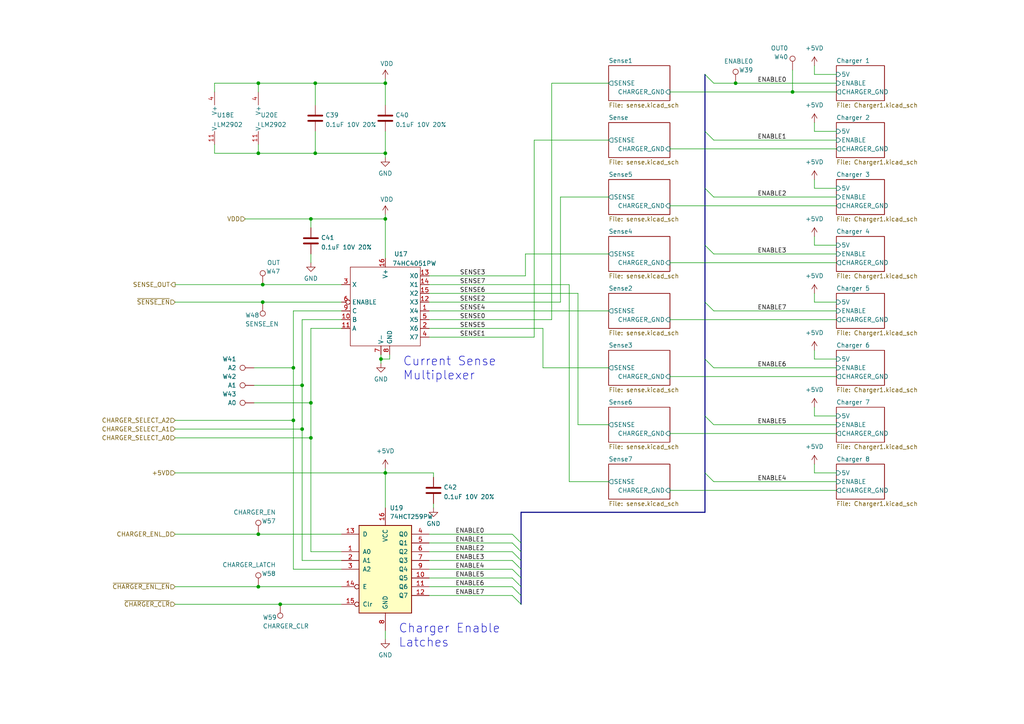
<source format=kicad_sch>
(kicad_sch (version 20211123) (generator eeschema)
  (paper "A4")
  (lib_symbols
    (symbol "74xx:74LS259" (pin_names (offset 1.016))
      (property "Reference" "U" (at -7.62 13.97 0))
      (property "Value" "74LS259" (at -7.62 -13.97 0))
      (symbol "74LS259_1_0"
        (pin input line (at -12.7 5.08 0) (length 5.08) (name "A0") (number "1"))
        (pin output line (at 12.7 -2.54 180) (length 5.08) (name "Q5") (number "10"))
        (pin output line (at 12.7 -5.08 180) (length 5.08) (name "Q6") (number "11"))
        (pin output line (at 12.7 -7.62 180) (length 5.08) (name "Q7") (number "12"))
        (pin input line (at -12.7 10.16 0) (length 5.08) (name "D") (number "13"))
        (pin input inverted (at -12.7 -5.08 0) (length 5.08) (name "E") (number "14"))
        (pin input inverted (at -12.7 -10.16 0) (length 5.08) (name "Clr") (number "15"))
        (pin power_in line (at 0 17.78 270) (length 5.08) (name "VCC") (number "16"))
        (pin input line (at -12.7 2.54 0) (length 5.08) (name "A1") (number "2"))
        (pin input line (at -12.7 0 0) (length 5.08) (name "A2") (number "3"))
        (pin output line (at 12.7 10.16 180) (length 5.08) (name "Q0") (number "4"))
        (pin output line (at 12.7 7.62 180) (length 5.08) (name "Q1") (number "5"))
        (pin output line (at 12.7 5.08 180) (length 5.08) (name "Q2") (number "6"))
        (pin output line (at 12.7 2.54 180) (length 5.08) (name "Q3") (number "7"))
        (pin power_in line (at 0 -17.78 90) (length 5.08) (name "GND") (number "8"))
        (pin output line (at 12.7 0 180) (length 5.08) (name "Q4") (number "9"))
      )
      (symbol "74LS259_1_1"
        (rectangle (start -7.62 12.7) (end 7.62 -12.7) (stroke (width 0.254)) (fill (type background)))
      )
    )
    (symbol "Amplifier_Operational:LM2902" (pin_names (offset 0.127))
      (property "Reference" "U" (at 0 5.08 0))
      (property "Value" "LM2902" (at 0 -5.08 0))
      (symbol "LM2902_1_1"
        (polyline (pts (xy -5.08 5.08) (xy 5.08 0) (xy -5.08 -5.08) (xy -5.08 5.08)) (stroke (width 0.254)) (fill (type background)))
        (pin output line (at 7.62 0 180) (length 2.54) (name "~") (number "1"))
        (pin input line (at -7.62 -2.54 0) (length 2.54) (name "-") (number "2"))
        (pin input line (at -7.62 2.54 0) (length 2.54) (name "+") (number "3"))
      )
      (symbol "LM2902_2_1"
        (polyline (pts (xy -5.08 5.08) (xy 5.08 0) (xy -5.08 -5.08) (xy -5.08 5.08)) (stroke (width 0.254)) (fill (type background)))
        (pin input line (at -7.62 2.54 0) (length 2.54) (name "+") (number "5"))
        (pin input line (at -7.62 -2.54 0) (length 2.54) (name "-") (number "6"))
        (pin output line (at 7.62 0 180) (length 2.54) (name "~") (number "7"))
      )
      (symbol "LM2902_3_1"
        (polyline (pts (xy -5.08 5.08) (xy 5.08 0) (xy -5.08 -5.08) (xy -5.08 5.08)) (stroke (width 0.254)) (fill (type background)))
        (pin input line (at -7.62 2.54 0) (length 2.54) (name "+") (number "10"))
        (pin output line (at 7.62 0 180) (length 2.54) (name "~") (number "8"))
        (pin input line (at -7.62 -2.54 0) (length 2.54) (name "-") (number "9"))
      )
      (symbol "LM2902_4_1"
        (polyline (pts (xy -5.08 5.08) (xy 5.08 0) (xy -5.08 -5.08) (xy -5.08 5.08)) (stroke (width 0.254)) (fill (type background)))
        (pin input line (at -7.62 2.54 0) (length 2.54) (name "+") (number "12"))
        (pin input line (at -7.62 -2.54 0) (length 2.54) (name "-") (number "13"))
        (pin output line (at 7.62 0 180) (length 2.54) (name "~") (number "14"))
      )
      (symbol "LM2902_5_1"
        (pin power_in line (at -2.54 -7.62 90) (length 3.81) (name "V-") (number "11"))
        (pin power_in line (at -2.54 7.62 270) (length 3.81) (name "V+") (number "4"))
      )
    )
    (symbol "Device:C" (pin_numbers hide) (pin_names (offset 0.254))
      (property "Reference" "C" (at 0.635 2.54 0))
      (property "Value" "C" (at 0.635 -2.54 0))
      (symbol "C_0_1"
        (polyline (pts (xy -2.032 -0.762) (xy 2.032 -0.762)) (stroke (width 0.508)))
        (polyline (pts (xy -2.032 0.762) (xy 2.032 0.762)) (stroke (width 0.508)))
      )
      (symbol "C_1_1"
        (pin passive line (at 0 3.81 270) (length 2.794) (name "~") (number "1"))
        (pin passive line (at 0 -3.81 90) (length 2.794) (name "~") (number "2"))
      )
    )
    (symbol "Pixels-dice:DG4051E"
      (property "Reference" "U" (at 7.62 -12.7 0))
      (property "Value" "DG4051E" (at 5.08 12.7 0))
      (symbol "DG4051E_0_1"
        (rectangle (start -10.16 11.43) (end 10.16 -11.43))
      )
      (symbol "DG4051E_1_1"
        (pin bidirectional line (at 12.7 -1.27 180) (length 2.54) (name "X4") (number "1"))
        (pin input line (at -12.7 -3.81 0) (length 2.54) (name "B") (number "10"))
        (pin input line (at -12.7 -6.35 0) (length 2.54) (name "A") (number "11"))
        (pin bidirectional line (at 12.7 1.27 180) (length 2.54) (name "X3") (number "12"))
        (pin bidirectional line (at 12.7 8.89 180) (length 2.54) (name "X0") (number "13"))
        (pin bidirectional line (at 12.7 6.35 180) (length 2.54) (name "X1") (number "14"))
        (pin bidirectional line (at 12.7 3.81 180) (length 2.54) (name "X2") (number "15"))
        (pin power_in line (at 0 13.97 270) (length 2.54) (name "V+") (number "16"))
        (pin bidirectional line (at 12.7 -6.35 180) (length 2.54) (name "X6") (number "2"))
        (pin bidirectional line (at -12.7 6.35 0) (length 2.54) (name "X") (number "3"))
        (pin bidirectional line (at 12.7 -8.89 180) (length 2.54) (name "X7") (number "4"))
        (pin bidirectional line (at 12.7 -3.81 180) (length 2.54) (name "X5") (number "5"))
        (pin input inverted (at -12.7 1.27 0) (length 2.54) (name "ENABLE") (number "6"))
        (pin power_in line (at -1.27 -13.97 90) (length 2.54) (name "V-") (number "7"))
        (pin power_in line (at 1.27 -13.97 90) (length 2.54) (name "GND") (number "8"))
        (pin input line (at -12.7 -1.27 0) (length 2.54) (name "C") (number "9"))
      )
    )
    (symbol "Pixels-dice:TEST_1P-conn" (pin_numbers hide) (pin_names (offset 0.762) hide)
      (property "Reference" "W" (at 0 6.858 0))
      (property "Value" "TEST_1P-conn" (at 0 5.08 0))
      (symbol "TEST_1P-conn_0_1"
        (circle (center 0 3.302) (radius 0.762))
      )
      (symbol "TEST_1P-conn_1_1"
        (pin passive line (at 0 0 90) (length 2.54) (name "1") (number "1"))
      )
    )
    (symbol "power:+5VD" (power) (pin_names (offset 0))
      (property "Value" "+5VD" (at 0 3.556 0))
      (symbol "+5VD_0_1"
        (polyline (pts (xy -0.762 1.27) (xy 0 2.54)))
        (polyline (pts (xy 0 0) (xy 0 2.54)))
        (polyline (pts (xy 0 2.54) (xy 0.762 1.27)))
      )
      (symbol "+5VD_1_1"
        (pin power_in line (at 0 0 90) (length 0) hide (name "+5VD") (number "1"))
      )
    )
    (symbol "power:GND" (power) (pin_names (offset 0))
      (property "Value" "GND" (at 0 -3.81 0))
      (symbol "GND_0_1"
        (polyline (pts (xy 0 0) (xy 0 -1.27) (xy 1.27 -1.27) (xy 0 -2.54) (xy -1.27 -1.27) (xy 0 -1.27)))
      )
      (symbol "GND_1_1"
        (pin power_in line (at 0 0 270) (length 0) hide (name "GND") (number "1"))
      )
    )
    (symbol "power:VDD" (power) (pin_names (offset 0))
      (property "Value" "VDD" (at 0 3.81 0))
      (symbol "VDD_0_1"
        (polyline (pts (xy -0.762 1.27) (xy 0 2.54)))
        (polyline (pts (xy 0 0) (xy 0 2.54)))
        (polyline (pts (xy 0 2.54) (xy 0.762 1.27)))
      )
      (symbol "VDD_1_1"
        (pin power_in line (at 0 0 90) (length 0) hide (name "VDD") (number "1"))
      )
    )
  )
  (junction (at 91.44 24.13))
  (junction (at 91.44 44.45))
  (junction (at 90.17 127))
  (junction (at 90.17 63.5))
  (junction (at 81.28 175.26))
  (junction (at 111.76 63.5))
  (junction (at 74.93 44.45))
  (junction (at 90.17 116.84))
  (junction (at 74.93 170.18))
  (junction (at 110.49 104.14))
  (junction (at 87.63 124.46))
  (junction (at 87.63 111.76))
  (junction (at 76.2 87.63))
  (junction (at 229.87 26.67))
  (junction (at 74.93 154.94))
  (junction (at 111.76 24.13))
  (junction (at 111.76 44.45))
  (junction (at 76.2 82.55))
  (junction (at 85.09 121.92))
  (junction (at 85.09 106.68))
  (junction (at 74.93 24.13))
  (junction (at 213.36 24.13))
  (junction (at 111.76 137.16))
  (bus_entry (at 148.59 170.18) (size 2.54 2.54))
  (bus_entry (at 148.59 162.56) (size 2.54 2.54))
  (bus_entry (at 148.59 157.48) (size 2.54 2.54))
  (bus_entry (at 148.59 154.94) (size 2.54 2.54))
  (bus_entry (at 148.59 160.02) (size 2.54 2.54))
  (bus_entry (at 148.59 172.72) (size 2.54 2.54))
  (bus_entry (at 148.59 167.64) (size 2.54 2.54))
  (bus_entry (at 148.59 165.1) (size 2.54 2.54))
  (bus_entry (at 204.47 21.59) (size 2.54 2.54))
  (bus_entry (at 207.01 40.64) (size -2.54 -2.54))
  (bus_entry (at 207.01 57.15) (size -2.54 -2.54))
  (bus_entry (at 207.01 73.66) (size -2.54 -2.54))
  (bus_entry (at 207.01 106.68) (size -2.54 -2.54))
  (bus_entry (at 207.01 90.17) (size -2.54 -2.54))
  (bus_entry (at 207.01 139.7) (size -2.54 -2.54))
  (bus_entry (at 207.01 123.19) (size -2.54 -2.54))
  (wire (pts (xy 194.31 43.18) (xy 242.57 43.18)))
  (wire (pts (xy 110.49 102.87) (xy 110.49 104.14)))
  (wire (pts (xy 85.09 121.92) (xy 85.09 165.1)))
  (wire (pts (xy 194.31 142.24) (xy 242.57 142.24)))
  (wire (pts (xy 90.17 63.5) (xy 90.17 66.04)))
  (bus (pts (xy 204.47 38.1) (xy 204.47 54.61)))
  (wire (pts (xy 91.44 24.13) (xy 74.93 24.13)))
  (wire (pts (xy 62.23 41.91) (xy 62.23 44.45)))
  (wire (pts (xy 207.01 123.19) (xy 242.57 123.19)))
  (wire (pts (xy 207.01 90.17) (xy 242.57 90.17)))
  (wire (pts (xy 74.93 170.18) (xy 99.06 170.18)))
  (wire (pts (xy 73.66 106.68) (xy 85.09 106.68)))
  (wire (pts (xy 111.76 62.23) (xy 111.76 63.5)))
  (wire (pts (xy 207.01 139.7) (xy 242.57 139.7)))
  (wire (pts (xy 73.66 116.84) (xy 90.17 116.84)))
  (wire (pts (xy 50.8 154.94) (xy 74.93 154.94)))
  (wire (pts (xy 194.31 92.71) (xy 242.57 92.71)))
  (wire (pts (xy 125.73 138.43) (xy 125.73 137.16)))
  (wire (pts (xy 124.46 154.94) (xy 148.59 154.94)))
  (wire (pts (xy 176.53 40.64) (xy 154.94 40.64)))
  (wire (pts (xy 124.46 165.1) (xy 148.59 165.1)))
  (wire (pts (xy 74.93 154.94) (xy 99.06 154.94)))
  (bus (pts (xy 204.47 137.16) (xy 204.47 148.59)))
  (wire (pts (xy 236.22 87.63) (xy 242.57 87.63)))
  (wire (pts (xy 176.53 57.15) (xy 162.56 57.15)))
  (wire (pts (xy 87.63 111.76) (xy 87.63 92.71)))
  (bus (pts (xy 204.47 71.12) (xy 204.47 87.63)))
  (wire (pts (xy 74.93 24.13) (xy 62.23 24.13)))
  (wire (pts (xy 236.22 85.09) (xy 236.22 87.63)))
  (wire (pts (xy 111.76 182.88) (xy 111.76 185.42)))
  (wire (pts (xy 236.22 21.59) (xy 242.57 21.59)))
  (wire (pts (xy 91.44 38.1) (xy 91.44 44.45)))
  (wire (pts (xy 124.46 172.72) (xy 148.59 172.72)))
  (wire (pts (xy 90.17 116.84) (xy 90.17 95.25)))
  (wire (pts (xy 236.22 19.05) (xy 236.22 21.59)))
  (wire (pts (xy 194.31 76.2) (xy 242.57 76.2)))
  (wire (pts (xy 160.02 24.13) (xy 160.02 92.71)))
  (wire (pts (xy 113.03 104.14) (xy 110.49 104.14)))
  (bus (pts (xy 151.13 167.64) (xy 151.13 170.18)))
  (wire (pts (xy 236.22 120.65) (xy 242.57 120.65)))
  (wire (pts (xy 76.2 82.55) (xy 99.06 82.55)))
  (wire (pts (xy 236.22 137.16) (xy 242.57 137.16)))
  (wire (pts (xy 154.94 40.64) (xy 154.94 97.79)))
  (wire (pts (xy 85.09 165.1) (xy 99.06 165.1)))
  (wire (pts (xy 81.28 175.26) (xy 99.06 175.26)))
  (wire (pts (xy 124.46 162.56) (xy 148.59 162.56)))
  (wire (pts (xy 236.22 68.58) (xy 236.22 71.12)))
  (wire (pts (xy 236.22 52.07) (xy 236.22 54.61)))
  (wire (pts (xy 236.22 35.56) (xy 236.22 38.1)))
  (wire (pts (xy 76.2 87.63) (xy 99.06 87.63)))
  (bus (pts (xy 151.13 157.48) (xy 151.13 160.02)))
  (wire (pts (xy 50.8 127) (xy 90.17 127)))
  (bus (pts (xy 151.13 165.1) (xy 151.13 167.64)))
  (wire (pts (xy 111.76 137.16) (xy 125.73 137.16)))
  (bus (pts (xy 151.13 160.02) (xy 151.13 162.56)))
  (wire (pts (xy 124.46 92.71) (xy 160.02 92.71)))
  (wire (pts (xy 87.63 124.46) (xy 87.63 111.76)))
  (wire (pts (xy 236.22 38.1) (xy 242.57 38.1)))
  (wire (pts (xy 194.31 59.69) (xy 242.57 59.69)))
  (wire (pts (xy 124.46 167.64) (xy 148.59 167.64)))
  (wire (pts (xy 50.8 175.26) (xy 81.28 175.26)))
  (wire (pts (xy 90.17 127) (xy 90.17 160.02)))
  (wire (pts (xy 236.22 71.12) (xy 242.57 71.12)))
  (wire (pts (xy 85.09 106.68) (xy 85.09 90.17)))
  (wire (pts (xy 236.22 118.11) (xy 236.22 120.65)))
  (wire (pts (xy 124.46 87.63) (xy 162.56 87.63)))
  (wire (pts (xy 176.53 73.66) (xy 152.4 73.66)))
  (wire (pts (xy 111.76 135.89) (xy 111.76 137.16)))
  (wire (pts (xy 87.63 124.46) (xy 87.63 162.56)))
  (bus (pts (xy 204.47 104.14) (xy 204.47 120.65)))
  (wire (pts (xy 236.22 54.61) (xy 242.57 54.61)))
  (wire (pts (xy 124.46 97.79) (xy 154.94 97.79)))
  (wire (pts (xy 73.66 111.76) (xy 87.63 111.76)))
  (bus (pts (xy 151.13 170.18) (xy 151.13 172.72)))
  (wire (pts (xy 125.73 147.32) (xy 125.73 146.05)))
  (bus (pts (xy 204.47 87.63) (xy 204.47 104.14)))
  (wire (pts (xy 111.76 24.13) (xy 111.76 30.48)))
  (wire (pts (xy 50.8 137.16) (xy 111.76 137.16)))
  (wire (pts (xy 110.49 104.14) (xy 110.49 105.41)))
  (bus (pts (xy 151.13 148.59) (xy 204.47 148.59)))
  (wire (pts (xy 91.44 24.13) (xy 111.76 24.13)))
  (wire (pts (xy 90.17 160.02) (xy 99.06 160.02)))
  (bus (pts (xy 151.13 172.72) (xy 151.13 175.26)))
  (wire (pts (xy 124.46 90.17) (xy 176.53 90.17)))
  (wire (pts (xy 236.22 101.6) (xy 236.22 104.14)))
  (bus (pts (xy 151.13 162.56) (xy 151.13 165.1)))
  (wire (pts (xy 242.57 26.67) (xy 229.87 26.67)))
  (wire (pts (xy 90.17 73.66) (xy 90.17 76.2)))
  (wire (pts (xy 74.93 24.13) (xy 74.93 26.67)))
  (wire (pts (xy 194.31 125.73) (xy 242.57 125.73)))
  (wire (pts (xy 111.76 63.5) (xy 111.76 74.93)))
  (wire (pts (xy 165.1 139.7) (xy 165.1 82.55)))
  (wire (pts (xy 152.4 73.66) (xy 152.4 80.01)))
  (wire (pts (xy 157.48 106.68) (xy 157.48 95.25)))
  (wire (pts (xy 176.53 24.13) (xy 160.02 24.13)))
  (wire (pts (xy 194.31 26.67) (xy 229.87 26.67)))
  (wire (pts (xy 113.03 102.87) (xy 113.03 104.14)))
  (wire (pts (xy 71.12 63.5) (xy 90.17 63.5)))
  (wire (pts (xy 207.01 57.15) (xy 242.57 57.15)))
  (wire (pts (xy 50.8 82.55) (xy 76.2 82.55)))
  (bus (pts (xy 204.47 120.65) (xy 204.47 137.16)))
  (wire (pts (xy 167.64 123.19) (xy 167.64 85.09)))
  (wire (pts (xy 62.23 24.13) (xy 62.23 26.67)))
  (wire (pts (xy 207.01 40.64) (xy 242.57 40.64)))
  (wire (pts (xy 162.56 57.15) (xy 162.56 87.63)))
  (wire (pts (xy 124.46 95.25) (xy 157.48 95.25)))
  (wire (pts (xy 124.46 85.09) (xy 167.64 85.09)))
  (wire (pts (xy 111.76 137.16) (xy 111.76 147.32)))
  (wire (pts (xy 176.53 106.68) (xy 157.48 106.68)))
  (wire (pts (xy 85.09 121.92) (xy 85.09 106.68)))
  (wire (pts (xy 50.8 121.92) (xy 85.09 121.92)))
  (wire (pts (xy 152.4 80.01) (xy 124.46 80.01)))
  (wire (pts (xy 207.01 73.66) (xy 242.57 73.66)))
  (wire (pts (xy 50.8 87.63) (xy 76.2 87.63)))
  (wire (pts (xy 111.76 22.86) (xy 111.76 24.13)))
  (wire (pts (xy 91.44 30.48) (xy 91.44 24.13)))
  (wire (pts (xy 90.17 95.25) (xy 99.06 95.25)))
  (wire (pts (xy 176.53 139.7) (xy 165.1 139.7)))
  (wire (pts (xy 87.63 162.56) (xy 99.06 162.56)))
  (wire (pts (xy 236.22 104.14) (xy 242.57 104.14)))
  (wire (pts (xy 236.22 134.62) (xy 236.22 137.16)))
  (wire (pts (xy 74.93 41.91) (xy 74.93 44.45)))
  (bus (pts (xy 204.47 21.59) (xy 204.47 38.1)))
  (wire (pts (xy 74.93 44.45) (xy 91.44 44.45)))
  (wire (pts (xy 207.01 106.68) (xy 242.57 106.68)))
  (wire (pts (xy 50.8 124.46) (xy 87.63 124.46)))
  (wire (pts (xy 207.01 24.13) (xy 213.36 24.13)))
  (wire (pts (xy 62.23 44.45) (xy 74.93 44.45)))
  (wire (pts (xy 124.46 170.18) (xy 148.59 170.18)))
  (wire (pts (xy 111.76 44.45) (xy 111.76 45.72)))
  (bus (pts (xy 151.13 157.48) (xy 151.13 148.59)))
  (wire (pts (xy 91.44 44.45) (xy 111.76 44.45)))
  (wire (pts (xy 90.17 127) (xy 90.17 116.84)))
  (wire (pts (xy 111.76 38.1) (xy 111.76 44.45)))
  (wire (pts (xy 124.46 157.48) (xy 148.59 157.48)))
  (wire (pts (xy 90.17 63.5) (xy 111.76 63.5)))
  (wire (pts (xy 229.87 26.67) (xy 229.87 20.32)))
  (wire (pts (xy 85.09 90.17) (xy 99.06 90.17)))
  (wire (pts (xy 213.36 24.13) (xy 242.57 24.13)))
  (wire (pts (xy 194.31 109.22) (xy 242.57 109.22)))
  (wire (pts (xy 87.63 92.71) (xy 99.06 92.71)))
  (wire (pts (xy 124.46 160.02) (xy 148.59 160.02)))
  (wire (pts (xy 50.8 170.18) (xy 74.93 170.18)))
  (wire (pts (xy 124.46 82.55) (xy 165.1 82.55)))
  (bus (pts (xy 204.47 54.61) (xy 204.47 71.12)))
  (wire (pts (xy 176.53 123.19) (xy 167.64 123.19)))
  (text "Charger Enable\nLatches" (at 115.57 187.96 0) (effects (font (size 2.54 2.54)) (justify left bottom)))
  (text "Current Sense\nMultiplexer" (at 116.84 110.49 0) (effects (font (size 2.54 2.54)) (justify left bottom)))
  (label "SENSE7" (at 133.35 82.55 0))
  (label "SENSE6" (at 133.35 85.09 0))
  (label "SENSE1" (at 133.35 97.79 0))
  (label "ENABLE1" (at 219.71 40.64 0))
  (label "ENABLE2" (at 219.71 57.15 0))
  (label "ENABLE6" (at 132.08 170.18 0))
  (label "ENABLE2" (at 132.08 160.02 0))
  (label "ENABLE4" (at 132.08 165.1 0))
  (label "SENSE2" (at 133.35 87.63 0))
  (label "SENSE4" (at 133.35 90.17 0))
  (label "ENABLE0" (at 132.08 154.94 0))
  (label "SENSE0" (at 133.35 92.71 0))
  (label "ENABLE0" (at 219.71 24.13 0))
  (label "ENABLE3" (at 132.08 162.56 0))
  (label "ENABLE6" (at 219.71 106.68 0))
  (label "SENSE3" (at 133.35 80.01 0))
  (label "ENABLE7" (at 132.08 172.72 0))
  (label "ENABLE3" (at 219.71 73.66 0))
  (label "ENABLE5" (at 132.08 167.64 0))
  (label "SENSE5" (at 133.35 95.25 0))
  (label "ENABLE4" (at 219.71 139.7 0))
  (label "ENABLE7" (at 219.71 90.17 0))
  (label "ENABLE5" (at 219.71 123.19 0))
  (label "ENABLE1" (at 132.08 157.48 0))
  (hierarchical_label "CHARGER_SELECT_A1" (shape input) (at 50.8 124.46 180))
  (hierarchical_label "CHARGER_SELECT_A2" (shape input) (at 50.8 121.92 180))
  (hierarchical_label "SENSE_OUT" (shape output) (at 50.8 82.55 180))
  (hierarchical_label "~{CHARGER_CLR}" (shape input) (at 50.8 175.26 180))
  (hierarchical_label "CHARGER_SELECT_A0" (shape input) (at 50.8 127 180))
  (hierarchical_label "~{CHARGER_ENL_EN}" (shape input) (at 50.8 170.18 180))
  (hierarchical_label "+5VD" (shape input) (at 50.8 137.16 180))
  (hierarchical_label "VDD" (shape input) (at 71.12 63.5 180))
  (hierarchical_label "CHARGER_ENL_D" (shape input) (at 50.8 154.94 180))
  (hierarchical_label "~{SENSE_EN}" (shape input) (at 50.8 87.63 180))
  (symbol (lib_id "74xx:74LS259") (at 111.76 165.1 0) (unit 1)
    (property "Reference" "U19" (at 113.03 147.32 0) (effects (justify left)))
    (property "Value" "74HCT259PW" (at 113.03 149.86 0) (effects (justify left)))
    (property "Footprint" "Package_SO:SSOP-16_4.4x5.2mm_P0.65mm" (effects hide))
    (property "Datasheet" "http://www.ti.com/lit/gpn/sn74LS259" (effects hide))
    (property "Manufacturer" "Nexperia" (effects hide))
    (property "Manufacturer Part Number" "74HCT259PW" (effects hide))
    (property "Generic OK" "NO" (effects hide))
  )
  (symbol (lib_id "power:+5VD") (at 236.22 35.56 0) (unit 1)
    (property "Reference" "#PWR0111" (effects hide))
    (property "Value" "+5VD" (at 236.22 30.48 0))
  )
  (symbol (lib_id "Pixels-dice:TEST_1P-conn") (at 76.2 82.55 0) (mirror y) (unit 1)
    (property "Reference" "W47" (at 81.28 78.74 0) (effects (justify left)))
    (property "Value" "OUT" (at 81.28 76.2 0) (effects (justify left)))
    (property "Footprint" "Pixels-dice:TEST_PIN" (effects hide))
  )
  (symbol (lib_id "Pixels-dice:TEST_1P-conn") (at 81.28 175.26 0) (mirror x) (unit 1)
    (property "Reference" "W59" (at 76.2 179.07 0) (effects (justify left)))
    (property "Value" "CHARGER_CLR" (at 76.2 181.61 0) (effects (justify left)))
    (property "Footprint" "Pixels-dice:TEST_PIN" (effects hide))
  )
  (symbol (lib_id "Pixels-dice:DG4051E") (at 111.76 88.9 0) (unit 1)
    (property "Reference" "U17" (at 114.3 73.66 0) (effects (justify left)))
    (property "Value" "74HC4051PW" (at 113.7794 76.4056 0) (effects (justify left)))
    (property "Footprint" "Package_SO:SSOP-16_4.4x5.2mm_P0.65mm" (effects hide))
    (property "Manufacturer" "Nexperia" (effects hide))
    (property "Manufacturer Part Number" "74HC4051PW,118" (effects hide))
    (property "Generic OK" "NO" (effects hide))
  )
  (symbol (lib_id "power:GND") (at 125.73 147.32 0) (unit 1)
    (property "Reference" "#PWR055" (effects hide))
    (property "Value" "GND" (at 125.73 151.8825 0))
  )
  (symbol (lib_id "power:GND") (at 110.49 105.41 0) (unit 1)
    (property "Reference" "#PWR046" (effects hide))
    (property "Value" "GND" (at 110.49 109.9725 0))
  )
  (symbol (lib_id "power:VDD") (at 111.76 22.86 0) (unit 1)
    (property "Reference" "#PWR029" (effects hide))
    (property "Value" "VDD" (at 112.1918 18.4658 0))
  )
  (symbol (lib_id "Pixels-dice:TEST_1P-conn") (at 73.66 116.84 90) (mirror x) (unit 1)
    (property "Reference" "W43" (at 68.58 114.3 90) (effects (justify left)))
    (property "Value" "A0" (at 68.58 116.84 90) (effects (justify left)))
    (property "Footprint" "Pixels-dice:TEST_PIN" (effects hide))
  )
  (symbol (lib_id "power:VDD") (at 111.76 62.23 0) (unit 1)
    (property "Reference" "#PWR039" (effects hide))
    (property "Value" "VDD" (at 112.1918 57.8358 0))
  )
  (symbol (lib_id "power:+5VD") (at 236.22 118.11 0) (unit 1)
    (property "Reference" "#PWR0116" (effects hide))
    (property "Value" "+5VD" (at 236.22 113.03 0))
  )
  (symbol (lib_id "power:+5VD") (at 111.76 135.89 0) (unit 1)
    (property "Reference" "#PWR0114" (effects hide))
    (property "Value" "+5VD" (at 111.76 130.81 0))
  )
  (symbol (lib_id "Pixels-dice:TEST_1P-conn") (at 76.2 87.63 0) (mirror x) (unit 1)
    (property "Reference" "W48" (at 71.12 91.44 0) (effects (justify left)))
    (property "Value" "SENSE_EN" (at 71.12 93.98 0) (effects (justify left)))
    (property "Footprint" "Pixels-dice:TEST_PIN" (effects hide))
  )
  (symbol (lib_id "Pixels-dice:TEST_1P-conn") (at 74.93 154.94 0) (mirror y) (unit 1)
    (property "Reference" "W57" (at 80.01 151.13 0) (effects (justify left)))
    (property "Value" "CHARGER_EN" (at 80.01 148.59 0) (effects (justify left)))
    (property "Footprint" "Pixels-dice:TEST_PIN" (effects hide))
  )
  (symbol (lib_id "Device:C") (at 91.44 34.29 0) (unit 1)
    (property "Reference" "C39" (at 94.361 33.3815 0) (effects (justify left)))
    (property "Value" "0.1uF 10V 20%" (at 94.361 36.1566 0) (effects (justify left)))
    (property "Footprint" "Capacitor_SMD:C_0402_1005Metric" (effects hide))
    (property "LCSC Part Number" "C2168305" (effects hide))
    (property "Manufacturer" "Murata" (effects hide))
    (property "Manufacturer Part Number" "GRM155R61H104KE19D" (effects hide))
    (property "Generic OK" "YES" (effects hide))
  )
  (symbol (lib_id "power:GND") (at 111.76 45.72 0) (unit 1)
    (property "Reference" "#PWR032" (effects hide))
    (property "Value" "GND" (at 111.76 50.2825 0))
  )
  (symbol (lib_id "Pixels-dice:TEST_1P-conn") (at 229.87 20.32 0) (mirror y) (unit 1)
    (property "Reference" "W40" (at 228.6 16.51 0) (effects (justify left)))
    (property "Value" "OUT0" (at 228.6 13.97 0) (effects (justify left)))
    (property "Footprint" "Pixels-dice:TEST_PIN" (effects hide))
  )
  (symbol (lib_id "power:GND") (at 90.17 76.2 0) (unit 1)
    (property "Reference" "#PWR0112" (effects hide))
    (property "Value" "GND" (at 90.17 80.7625 0))
  )
  (symbol (lib_id "power:+5VD") (at 236.22 52.07 0) (unit 1)
    (property "Reference" "#PWR0109" (effects hide))
    (property "Value" "+5VD" (at 236.22 46.99 0))
  )
  (symbol (lib_id "power:+5VD") (at 236.22 101.6 0) (unit 1)
    (property "Reference" "#PWR0117" (effects hide))
    (property "Value" "+5VD" (at 236.22 96.52 0))
  )
  (symbol (lib_id "power:GND") (at 111.76 185.42 0) (unit 1)
    (property "Reference" "#PWR057" (effects hide))
    (property "Value" "GND" (at 111.76 189.9825 0))
  )
  (symbol (lib_id "power:+5VD") (at 236.22 85.09 0) (unit 1)
    (property "Reference" "#PWR0118" (effects hide))
    (property "Value" "+5VD" (at 236.22 80.01 0))
  )
  (symbol (lib_id "Pixels-dice:TEST_1P-conn") (at 73.66 111.76 90) (mirror x) (unit 1)
    (property "Reference" "W42" (at 68.58 109.22 90) (effects (justify left)))
    (property "Value" "A1" (at 68.58 111.76 90) (effects (justify left)))
    (property "Footprint" "Pixels-dice:TEST_PIN" (effects hide))
  )
  (symbol (lib_id "Device:C") (at 90.17 69.85 0) (unit 1)
    (property "Reference" "C41" (at 93.091 68.9415 0) (effects (justify left)))
    (property "Value" "0.1uF 10V 20%" (at 93.091 71.7166 0) (effects (justify left)))
    (property "Footprint" "Capacitor_SMD:C_0402_1005Metric" (effects hide))
    (property "LCSC Part Number" "C2168305" (effects hide))
    (property "Manufacturer" "Murata" (effects hide))
    (property "Manufacturer Part Number" "GRM155R61H104KE19D" (effects hide))
    (property "Generic OK" "YES" (effects hide))
  )
  (symbol (lib_id "Pixels-dice:TEST_1P-conn") (at 73.66 106.68 90) (mirror x) (unit 1)
    (property "Reference" "W41" (at 68.58 104.14 90) (effects (justify left)))
    (property "Value" "A2" (at 68.58 106.68 90) (effects (justify left)))
    (property "Footprint" "Pixels-dice:TEST_PIN" (effects hide))
  )
  (symbol (lib_id "Amplifier_Operational:LM2902") (at 77.47 34.29 0) (unit 5)
    (property "Reference" "U20" (at 75.565 33.3815 0) (effects (justify left)))
    (property "Value" "LM2902" (at 75.565 36.1566 0) (effects (justify left)))
    (property "Footprint" "Package_SO:TSSOP-14_4.4x5mm_P0.65mm" (effects hide))
    (property "Datasheet" "http://www.ti.com/lit/ds/symlink/lm2902-n.pdf" (effects hide))
    (property "LCSC Part Number" "C46864" (effects hide))
    (property "Manufacturer" "Texas Instrument" (effects hide))
    (property "Manufacturer Part Number" "LM2902PWR" (effects hide))
  )
  (symbol (lib_id "Pixels-dice:TEST_1P-conn") (at 74.93 170.18 0) (mirror y) (unit 1)
    (property "Reference" "W58" (at 80.01 166.37 0) (effects (justify left)))
    (property "Value" "CHARGER_LATCH" (at 80.01 163.83 0) (effects (justify left)))
    (property "Footprint" "Pixels-dice:TEST_PIN" (effects hide))
  )
  (symbol (lib_id "power:+5VD") (at 236.22 19.05 0) (unit 1)
    (property "Reference" "#PWR0113" (effects hide))
    (property "Value" "+5VD" (at 236.22 13.97 0))
  )
  (symbol (lib_id "power:+5VD") (at 236.22 134.62 0) (unit 1)
    (property "Reference" "#PWR0115" (effects hide))
    (property "Value" "+5VD" (at 236.22 129.54 0))
  )
  (symbol (lib_id "Device:C") (at 111.76 34.29 0) (unit 1)
    (property "Reference" "C40" (at 114.681 33.3815 0) (effects (justify left)))
    (property "Value" "0.1uF 10V 20%" (at 114.681 36.1566 0) (effects (justify left)))
    (property "Footprint" "Capacitor_SMD:C_0402_1005Metric" (effects hide))
    (property "LCSC Part Number" "C2168305" (effects hide))
    (property "Manufacturer" "Murata" (effects hide))
    (property "Manufacturer Part Number" "GRM155R61H104KE19D" (effects hide))
    (property "Generic OK" "YES" (effects hide))
  )
  (symbol (lib_id "Amplifier_Operational:LM2902") (at 64.77 34.29 0) (unit 5)
    (property "Reference" "U18" (at 62.865 33.3815 0) (effects (justify left)))
    (property "Value" "LM2902" (at 62.865 36.1566 0) (effects (justify left)))
    (property "Footprint" "Package_SO:TSSOP-14_4.4x5mm_P0.65mm" (effects hide))
    (property "Datasheet" "http://www.ti.com/lit/ds/symlink/lm2902-n.pdf" (effects hide))
    (property "LCSC Part Number" "C46864" (effects hide))
    (property "Manufacturer" "Texas Instrument" (effects hide))
    (property "Manufacturer Part Number" "LM2902PWR" (effects hide))
  )
  (symbol (lib_id "power:+5VD") (at 236.22 68.58 0) (unit 1)
    (property "Reference" "#PWR0110" (effects hide))
    (property "Value" "+5VD" (at 236.22 63.5 0))
  )
  (symbol (lib_id "Device:C") (at 125.73 142.24 0) (unit 1)
    (property "Reference" "C42" (at 128.651 141.3315 0) (effects (justify left)))
    (property "Value" "0.1uF 10V 20%" (at 128.651 144.1066 0) (effects (justify left)))
    (property "Footprint" "Capacitor_SMD:C_0402_1005Metric" (effects hide))
    (property "LCSC Part Number" "C2168305" (effects hide))
    (property "Manufacturer" "Murata" (effects hide))
    (property "Manufacturer Part Number" "GRM155R61H104KE19D" (effects hide))
    (property "Generic OK" "YES" (effects hide))
  )
  (symbol (lib_id "Pixels-dice:TEST_1P-conn") (at 213.36 24.13 0) (mirror y) (unit 1)
    (property "Reference" "W39" (at 218.44 20.32 0) (effects (justify left)))
    (property "Value" "ENABLE0" (at 218.44 17.78 0) (effects (justify left)))
    (property "Footprint" "Pixels-dice:TEST_PIN" (effects hide))
  )
  (sheet (at 176.53 118.11) (size 17.78 10.16) (stroke (width 0.1524))
    (property "Sheet name" "Sense6" (at 176.53 117.3984 0) (effects (justify left bottom)))
    (property "Sheet file" "sense.kicad_sch" (at 176.53 128.8546 0) (effects (justify left top)))
    (pin "SENSE" output (at 176.53 123.19 180))
    (pin "CHARGER_GND" input (at 194.31 125.73 0))
  )
  (sheet (at 176.53 19.05) (size 17.78 10.16) (stroke (width 0.1524))
    (property "Sheet name" "Sense1" (at 176.53 18.3384 0) (effects (justify left bottom)))
    (property "Sheet file" "sense.kicad_sch" (at 176.53 29.7946 0) (effects (justify left top)))
    (pin "SENSE" output (at 176.53 24.13 180))
    (pin "CHARGER_GND" input (at 194.31 26.67 0))
  )
  (sheet (at 176.53 35.56) (size 17.78 10.16) (stroke (width 0.1524))
    (property "Sheet name" "Sense" (at 176.53 34.8484 0) (effects (justify left bottom)))
    (property "Sheet file" "sense.kicad_sch" (at 176.53 46.3046 0) (effects (justify left top)))
    (pin "SENSE" output (at 176.53 40.64 180))
    (pin "CHARGER_GND" input (at 194.31 43.18 0))
  )
  (sheet (at 176.53 52.07) (size 17.78 10.16) (stroke (width 0.1524))
    (property "Sheet name" "Sense5" (at 176.53 51.3584 0) (effects (justify left bottom)))
    (property "Sheet file" "sense.kicad_sch" (at 176.53 62.8146 0) (effects (justify left top)))
    (pin "SENSE" output (at 176.53 57.15 180))
    (pin "CHARGER_GND" input (at 194.31 59.69 0))
  )
  (sheet (at 176.53 85.09) (size 17.78 10.16) (stroke (width 0.1524))
    (property "Sheet name" "Sense2" (at 176.53 84.3784 0) (effects (justify left bottom)))
    (property "Sheet file" "sense.kicad_sch" (at 176.53 95.8346 0) (effects (justify left top)))
    (pin "SENSE" output (at 176.53 90.17 180))
    (pin "CHARGER_GND" input (at 194.31 92.71 0))
  )
  (sheet (at 242.57 118.11) (size 13.97 10.16) (stroke (width 0.1524))
    (property "Sheet name" "Charger 7" (at 242.57 117.3984 0) (effects (justify left bottom)))
    (property "Sheet file" "Charger1.kicad_sch" (at 242.57 128.8546 0) (effects (justify left top)))
    (pin "ENABLE" input (at 242.57 123.19 180))
    (pin "CHARGER_GND" output (at 242.57 125.73 180))
    (pin "5V" input (at 242.57 120.65 180))
  )
  (sheet (at 242.57 68.58) (size 13.97 10.16) (stroke (width 0.1524))
    (property "Sheet name" "Charger 4" (at 242.57 67.8684 0) (effects (justify left bottom)))
    (property "Sheet file" "Charger1.kicad_sch" (at 242.57 79.3246 0) (effects (justify left top)))
    (pin "ENABLE" input (at 242.57 73.66 180))
    (pin "CHARGER_GND" output (at 242.57 76.2 180))
    (pin "5V" input (at 242.57 71.12 180))
  )
  (sheet (at 242.57 19.05) (size 13.97 10.16) (stroke (width 0.1524))
    (property "Sheet name" "Charger 1" (at 242.57 18.3384 0) (effects (justify left bottom)))
    (property "Sheet file" "Charger1.kicad_sch" (at 242.57 29.7946 0) (effects (justify left top)))
    (pin "ENABLE" input (at 242.57 24.13 180))
    (pin "CHARGER_GND" output (at 242.57 26.67 180))
    (pin "5V" input (at 242.57 21.59 180))
  )
  (sheet (at 242.57 85.09) (size 13.97 10.16) (stroke (width 0.1524))
    (property "Sheet name" "Charger 5" (at 242.57 84.3784 0) (effects (justify left bottom)))
    (property "Sheet file" "Charger1.kicad_sch" (at 242.57 95.8346 0) (effects (justify left top)))
    (pin "ENABLE" input (at 242.57 90.17 180))
    (pin "CHARGER_GND" output (at 242.57 92.71 180))
    (pin "5V" input (at 242.57 87.63 180))
  )
  (sheet (at 242.57 35.56) (size 13.97 10.16) (stroke (width 0.1524))
    (property "Sheet name" "Charger 2" (at 242.57 34.8484 0) (effects (justify left bottom)))
    (property "Sheet file" "Charger1.kicad_sch" (at 242.57 46.3046 0) (effects (justify left top)))
    (pin "ENABLE" input (at 242.57 40.64 180))
    (pin "CHARGER_GND" output (at 242.57 43.18 180))
    (pin "5V" input (at 242.57 38.1 180))
  )
  (sheet (at 176.53 101.6) (size 17.78 10.16) (stroke (width 0.1524))
    (property "Sheet name" "Sense3" (at 176.53 100.8884 0) (effects (justify left bottom)))
    (property "Sheet file" "sense.kicad_sch" (at 176.53 112.3446 0) (effects (justify left top)))
    (pin "SENSE" output (at 176.53 106.68 180))
    (pin "CHARGER_GND" input (at 194.31 109.22 0))
  )
  (sheet (at 242.57 101.6) (size 13.97 10.16) (stroke (width 0.1524))
    (property "Sheet name" "Charger 6" (at 242.57 100.8884 0) (effects (justify left bottom)))
    (property "Sheet file" "Charger1.kicad_sch" (at 242.57 112.3446 0) (effects (justify left top)))
    (pin "ENABLE" input (at 242.57 106.68 180))
    (pin "CHARGER_GND" output (at 242.57 109.22 180))
    (pin "5V" input (at 242.57 104.14 180))
  )
  (sheet (at 242.57 52.07) (size 13.97 10.16) (stroke (width 0.1524))
    (property "Sheet name" "Charger 3" (at 242.57 51.3584 0) (effects (justify left bottom)))
    (property "Sheet file" "Charger1.kicad_sch" (at 242.57 62.8146 0) (effects (justify left top)))
    (pin "ENABLE" input (at 242.57 57.15 180))
    (pin "CHARGER_GND" output (at 242.57 59.69 180))
    (pin "5V" input (at 242.57 54.61 180))
  )
  (sheet (at 242.57 134.62) (size 13.97 10.16) (stroke (width 0.1524))
    (property "Sheet name" "Charger 8" (at 242.57 133.9084 0) (effects (justify left bottom)))
    (property "Sheet file" "Charger1.kicad_sch" (at 242.57 145.3646 0) (effects (justify left top)))
    (pin "ENABLE" input (at 242.57 139.7 180))
    (pin "CHARGER_GND" output (at 242.57 142.24 180))
    (pin "5V" input (at 242.57 137.16 180))
  )
  (sheet (at 176.53 134.62) (size 17.78 10.16) (stroke (width 0.1524))
    (property "Sheet name" "Sense7" (at 176.53 133.9084 0) (effects (justify left bottom)))
    (property "Sheet file" "sense.kicad_sch" (at 176.53 145.3646 0) (effects (justify left top)))
    (pin "SENSE" output (at 176.53 139.7 180))
    (pin "CHARGER_GND" input (at 194.31 142.24 0))
  )
  (sheet (at 176.53 68.58) (size 17.78 10.16) (stroke (width 0.1524))
    (property "Sheet name" "Sense4" (at 176.53 67.8684 0) (effects (justify left bottom)))
    (property "Sheet file" "sense.kicad_sch" (at 176.53 79.3246 0) (effects (justify left top)))
    (pin "SENSE" output (at 176.53 73.66 180))
    (pin "CHARGER_GND" input (at 194.31 76.2 0))
  )
)
</source>
